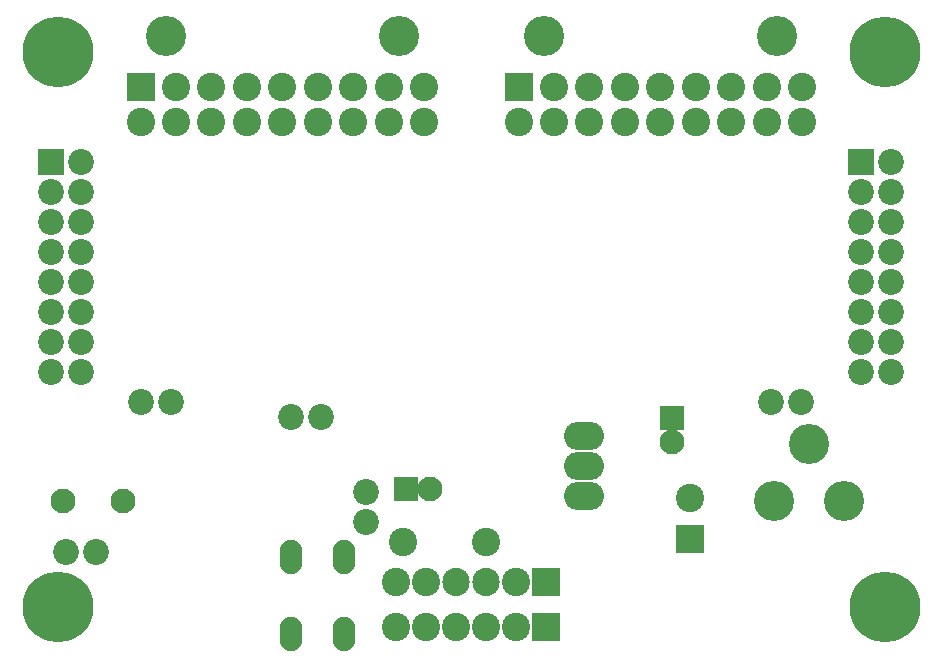
<source format=gbr>
G04 #@! TF.FileFunction,Soldermask,Bot*
%FSLAX46Y46*%
G04 Gerber Fmt 4.6, Leading zero omitted, Abs format (unit mm)*
G04 Created by KiCad (PCBNEW (2015-08-26 BZR 6129, Git 2e41367)-product) date 17-08-10 10:08:59 AM*
%MOMM*%
G01*
G04 APERTURE LIST*
%ADD10C,0.100000*%
%ADD11R,2.190000X2.190000*%
%ADD12C,2.190000*%
%ADD13O,3.400000X2.400000*%
%ADD14C,6.000000*%
%ADD15R,2.400000X2.400000*%
%ADD16C,2.400000*%
%ADD17O,2.300000X2.400000*%
%ADD18C,2.100000*%
%ADD19O,1.900000X2.900000*%
%ADD20C,3.400000*%
%ADD21R,2.100000X2.100000*%
G04 APERTURE END LIST*
D10*
D11*
X33020000Y26670000D03*
D12*
X35560000Y26670000D03*
X33020000Y24130000D03*
X35560000Y24130000D03*
X33020000Y21590000D03*
X35560000Y21590000D03*
X33020000Y19050000D03*
X35560000Y19050000D03*
X33020000Y16510000D03*
X35560000Y16510000D03*
X33020000Y13970000D03*
X35560000Y13970000D03*
X33020000Y11430000D03*
X35560000Y11430000D03*
X33020000Y8890000D03*
X35560000Y8890000D03*
D11*
X-35560000Y26670000D03*
D12*
X-33020000Y26670000D03*
X-35560000Y24130000D03*
X-33020000Y24130000D03*
X-35560000Y21590000D03*
X-33020000Y21590000D03*
X-35560000Y19050000D03*
X-33020000Y19050000D03*
X-35560000Y16510000D03*
X-33020000Y16510000D03*
X-35560000Y13970000D03*
X-33020000Y13970000D03*
X-35560000Y11430000D03*
X-33020000Y11430000D03*
X-35560000Y8890000D03*
X-33020000Y8890000D03*
D13*
X9540000Y-1540000D03*
X9540000Y1000000D03*
X9540000Y3540000D03*
D14*
X-35000000Y36000000D03*
X35000000Y36000000D03*
X-35000000Y-11000000D03*
X35000000Y-11000000D03*
D15*
X6350000Y-12700000D03*
D16*
X3810000Y-12700000D03*
X1270000Y-12700000D03*
X-1270000Y-12700000D03*
X-3810000Y-12700000D03*
X-6350000Y-12700000D03*
D15*
X6350000Y-8890000D03*
D16*
X3810000Y-8890000D03*
D17*
X1270000Y-8890000D03*
X-1270000Y-8890000D03*
D16*
X-3810000Y-8890000D03*
X-6350000Y-8890000D03*
D18*
X-34540000Y-2000000D03*
X-29460000Y-2000000D03*
D12*
X25400000Y6350000D03*
X27940000Y6350000D03*
X-27940000Y6350000D03*
X-25400000Y6350000D03*
D19*
X-10750000Y-6750000D03*
X-15250000Y-6750000D03*
X-15250000Y-13250000D03*
X-10750000Y-13250000D03*
D20*
X25600000Y-2000000D03*
X31600000Y-2000000D03*
X28600000Y2800000D03*
D16*
X18500000Y-1750000D03*
D15*
X18500000Y-5250000D03*
D18*
X17000000Y3000000D03*
D21*
X17000000Y5000000D03*
D12*
X-8890000Y-3810000D03*
X-8890000Y-1270000D03*
X-15240000Y5080000D03*
X-12700000Y5080000D03*
X-34290000Y-6350000D03*
X-31750000Y-6350000D03*
D15*
X4000000Y33080000D03*
D16*
X7000000Y33080000D03*
X10000000Y33080000D03*
X13000000Y33080000D03*
X16000000Y33080000D03*
X19000000Y33080000D03*
X22000000Y33080000D03*
X25000000Y33080000D03*
X28000000Y33080000D03*
X4000000Y30080000D03*
D20*
X6150000Y37400000D03*
X25850000Y37400000D03*
D16*
X7000000Y30080000D03*
X10000000Y30080000D03*
X13000000Y30080000D03*
X16000000Y30080000D03*
X19000000Y30080000D03*
X22000000Y30080000D03*
X25000000Y30080000D03*
X28000000Y30080000D03*
D15*
X-28000000Y33080000D03*
D16*
X-25000000Y33080000D03*
X-22000000Y33080000D03*
X-19000000Y33080000D03*
X-16000000Y33080000D03*
X-13000000Y33080000D03*
X-10000000Y33080000D03*
X-7000000Y33080000D03*
X-4000000Y33080000D03*
X-28000000Y30080000D03*
D20*
X-25850000Y37400000D03*
X-6150000Y37400000D03*
D16*
X-25000000Y30080000D03*
X-22000000Y30080000D03*
X-19000000Y30080000D03*
X-16000000Y30080000D03*
X-13000000Y30080000D03*
X-10000000Y30080000D03*
X-7000000Y30080000D03*
X-4000000Y30080000D03*
X-5750000Y-5500000D03*
X1250000Y-5500000D03*
D18*
X-3500000Y-1000000D03*
D21*
X-5500000Y-1000000D03*
M02*

</source>
